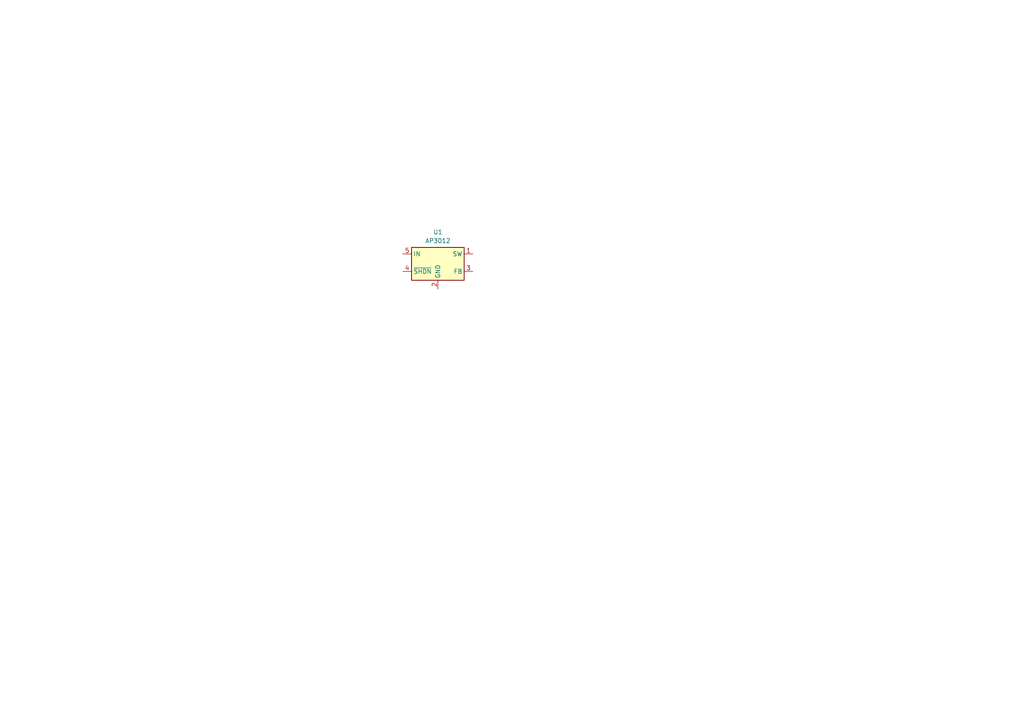
<source format=kicad_sch>
(kicad_sch (version 20250114) (generator "eeschema") (generator_version "9.0")
  (paper "A4")
  (lib_symbols
    (symbol "Regulator_Switching:AP3012"
      (property "Reference" "U" (at -7.62 5.715 0))
      (property "Value" "AP3012" (at 0 5.715 0))
      (symbol "AP3012_0_1"
        (rectangle (start -7.62 4.445) (end 7.62 -5.08) (stroke (width 0.254)) (fill (type background)))
      )
      (symbol "AP3012_1_1"
        (pin power_in line (at -10.16 2.54 0) (length 2.54) (name "IN") (number "5"))
        (pin input line (at -10.16 -2.54 0) (length 2.54) (name "~{SHDN}") (number "4"))
        (pin power_in line (at 0 -7.62 90) (length 2.54) (name "GND") (number "2"))
        (pin passive line (at 10.16 2.54 180) (length 2.54) (name "SW") (number "1"))
        (pin input line (at 10.16 -2.54 180) (length 2.54) (name "FB") (number "3"))
      )
    )
  )
  (symbol (lib_id "Regulator_Switching:AP3012") (at 127 76.2 0) (unit 1)
    (property "Reference" "U1" (at 127 67.31 0))
    (property "Value" "AP3012" (at 127 69.85 0))
    (property "Footprint" "Package_TO_SOT_SMD:SOT-23-5" (effects (hide yes)))
    (property "Datasheet" "https://www.diodes.com/assets/Datasheets/AP3012.pdf" (effects (hide yes)))
    (property "Description" "500mA, Adjustable Step-Up Voltage Regulator, 1.5MHz Frequency, SOT-23-5" (effects (hide yes)))
  )
)
</source>
